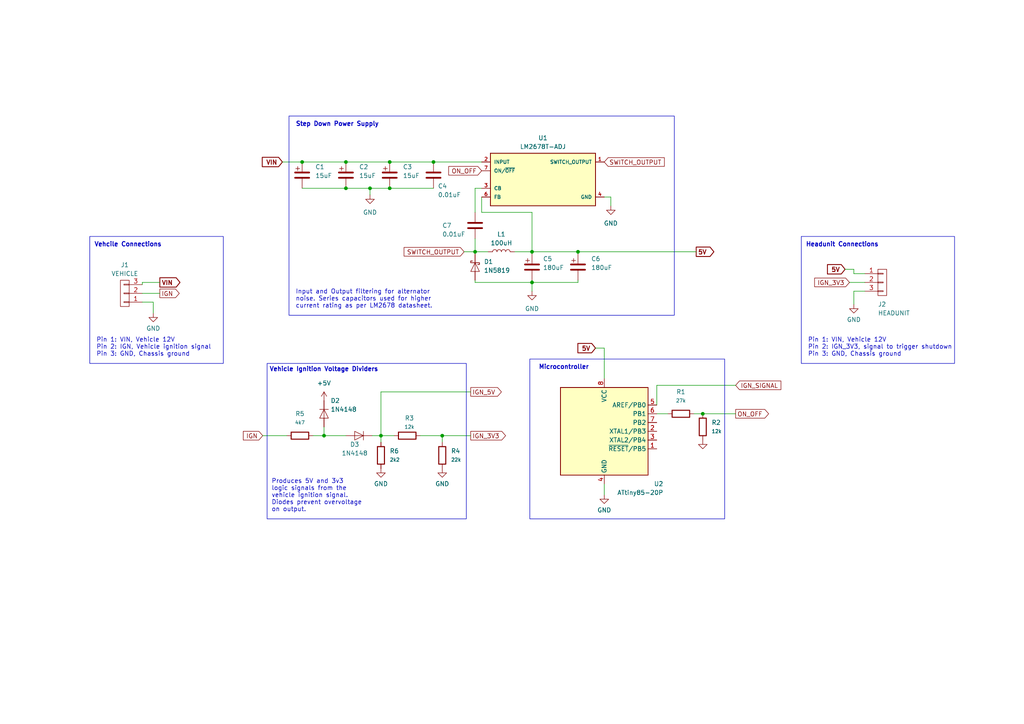
<source format=kicad_sch>
(kicad_sch (version 20230121) (generator eeschema)
  (paper "A4")
  (title_block (title "Car Headunit Smart Power Supply") (date "2024-05-16") (rev "A") (company "C. VARNEY"))
  (lib_symbols
    (symbol "LM2678T-ADJ:LM2678T-ADJ" (pin_names (offset 1.016))
      (property "Reference" "U" (at -15.2724 7.6362 0))
      (property "Value" "LM2678T-ADJ" (at -15.2564 -10.1709 0))
      (symbol "LM2678T-ADJ_0_0"
        (rectangle (start -15.24 -7.62) (end 15.24 7.62) (stroke (width 0.254)) (fill (type background)))
        (pin output line (at 17.78 5.08 180) (length 2.54) (name "SWITCH_OUTPUT") (number "1"))
        (pin input line (at -17.78 5.08 0) (length 2.54) (name "INPUT") (number "2"))
        (pin input line (at -17.78 -2.54 0) (length 2.54) (name "CB") (number "3"))
        (pin power_in line (at 17.78 -5.08 180) (length 2.54) (name "GND") (number "4"))
        (pin input line (at -17.78 -5.08 0) (length 2.54) (name "FB") (number "6"))
        (pin input line (at -17.78 2.54 0) (length 2.54) (name "ON/~{OFF}") (number "7"))
      )
    )
    (symbol "MCU_Microchip_ATtiny:ATtiny85-20P"
      (property "Reference" "U" (at -12.7 13.97 0))
      (property "Value" "ATtiny85-20P" (at 2.54 -13.97 0))
      (symbol "ATtiny85-20P_0_1"
        (rectangle (start -12.7 -12.7) (end 12.7 12.7) (stroke (width 0.254)) (fill (type background)))
      )
      (symbol "ATtiny85-20P_1_1"
        (pin bidirectional line (at 15.24 -5.08 180) (length 2.54) (name "~{RESET}/PB5") (number "1"))
        (pin bidirectional line (at 15.24 0 180) (length 2.54) (name "XTAL1/PB3") (number "2"))
        (pin bidirectional line (at 15.24 -2.54 180) (length 2.54) (name "XTAL2/PB4") (number "3"))
        (pin power_in line (at 0 -15.24 90) (length 2.54) (name "GND") (number "4"))
        (pin bidirectional line (at 15.24 7.62 180) (length 2.54) (name "AREF/PB0") (number "5"))
        (pin bidirectional line (at 15.24 5.08 180) (length 2.54) (name "PB1") (number "6"))
        (pin bidirectional line (at 15.24 2.54 180) (length 2.54) (name "PB2") (number "7"))
        (pin power_in line (at 0 15.24 270) (length 2.54) (name "VCC") (number "8"))
      )
    )
    (symbol "enel200_uc_kicad7:UC_C" (pin_numbers hide) (pin_names (offset 0.254))
      (property "Reference" "C" (at 0.635 2.54 0))
      (property "Value" "UC_C" (at 0.635 -2.54 0))
      (symbol "UC_C_0_1"
        (polyline (pts (xy -2.032 -0.762) (xy 2.032 -0.762)) (stroke (width 0.508)))
        (polyline (pts (xy -2.032 0.762) (xy 2.032 0.762)) (stroke (width 0.508)))
      )
      (symbol "UC_C_1_1"
        (pin passive line (at 0 3.81 270) (length 2.794) (name "~") (number "1"))
        (pin passive line (at 0 -3.81 90) (length 2.794) (name "~") (number "2"))
      )
    )
    (symbol "enel200_uc_kicad7:UC_CONN_01X03" (pin_names (offset 1.016) hide)
      (property "Reference" "J" (at 0 5.08 0))
      (property "Value" "UC_CONN_01X03" (at 2.54 0 90))
      (symbol "UC_CONN_01X03_0_1"
        (rectangle (start -1.27 0.127) (end 0.254 -0.127))
        (rectangle (start -1.27 2.667) (end 0.254 2.413))
        (rectangle (start -1.27 3.81) (end 1.27 -3.81))
      )
      (symbol "UC_CONN_01X03_1_1"
        (rectangle (start -1.27 -2.413) (end 0.254 -2.667))
        (pin passive line (at -5.08 2.54 0) (length 3.81) (name "P1") (number "1"))
        (pin passive line (at -5.08 0 0) (length 3.81) (name "P2") (number "2"))
        (pin passive line (at -5.08 -2.54 0) (length 3.81) (name "P3") (number "3"))
      )
    )
    (symbol "enel200_uc_kicad7:UC_CP" (pin_numbers hide) (pin_names (offset 0.254))
      (property "Reference" "C" (at 0.635 2.54 0))
      (property "Value" "UC_CP" (at 0.635 -2.54 0))
      (symbol "UC_CP_0_0"
        (text "+" (at -1.27 2.032 0) (effects (font (size 1.524 1.524))))
      )
      (symbol "UC_CP_0_1"
        (polyline (pts (xy -2.032 -0.762) (xy 2.032 -0.762)) (stroke (width 0.508)))
        (polyline (pts (xy -2.032 0.762) (xy 2.032 0.762)) (stroke (width 0.508)))
      )
      (symbol "UC_CP_1_1"
        (pin passive line (at 0 3.81 270) (length 2.794) (name "~") (number "1"))
        (pin passive line (at 0 -3.81 90) (length 2.794) (name "~") (number "2"))
      )
    )
    (symbol "enel200_uc_kicad7:UC_D" (pin_numbers hide) (pin_names (offset 1.016) hide)
      (property "Reference" "D" (at 0 2.54 0))
      (property "Value" "UC_D" (at 0 -2.54 0))
      (symbol "UC_D_0_1"
        (polyline (pts (xy 1.27 1.27) (xy 1.27 -1.27)) (stroke (width 0.1524)))
        (polyline (pts (xy 1.27 0) (xy -1.27 0) (xy -1.27 0)))
        (polyline (pts (xy 1.27 0) (xy -1.27 1.27) (xy -1.27 -1.27) (xy 1.27 0) (xy 1.27 0)))
      )
      (symbol "UC_D_1_1"
        (pin passive line (at 3.81 0 180) (length 2.54) (name "K") (number "1"))
        (pin passive line (at -3.81 0 0) (length 2.54) (name "A") (number "2"))
      )
    )
    (symbol "enel200_uc_kicad7:UC_D_SCHOTTKY" (pin_numbers hide) (pin_names (offset 1.016) hide)
      (property "Reference" "D" (at 0 2.54 0))
      (property "Value" "UC_D_SCHOTTKY" (at 0 -2.54 0))
      (symbol "UC_D_SCHOTTKY_0_1"
        (polyline (pts (xy 1.27 0) (xy -1.27 1.27) (xy -1.27 -1.27) (xy 1.27 0) (xy -1.27 0) (xy -1.27 0)))
        (polyline (pts (xy 1.778 0.762) (xy 1.778 1.27) (xy 1.27 1.27) (xy 1.27 -1.27) (xy 0.762 -1.27) (xy 0.762 -0.762)) (stroke (width 0.2032)))
      )
      (symbol "UC_D_SCHOTTKY_1_1"
        (pin passive line (at 3.81 0 180) (length 2.54) (name "K") (number "1"))
        (pin passive line (at -3.81 0 0) (length 2.54) (name "A") (number "2"))
      )
    )
    (symbol "enel200_uc_kicad7:UC_L" (pin_numbers hide) (pin_names (offset 1.016) hide)
      (property "Reference" "L" (at -0.127 1.651 0))
      (property "Value" "UC_L" (at 0.254 -1.27 0))
      (symbol "UC_L_0_0"
        (arc (start -1.27 0) (mid -1.905 0.6323) (end -2.54 0))
        (arc (start 0 0) (mid -0.635 0.6323) (end -1.27 0))
        (arc (start 1.27 0) (mid 0.635 0.6323) (end 0 0))
        (arc (start 2.54 0) (mid 1.905 0.6323) (end 1.27 0))
      )
      (symbol "UC_L_1_1"
        (pin passive line (at -3.81 0 0) (length 1.27) (name "1") (number "1"))
        (pin passive line (at 3.81 0 180) (length 1.27) (name "2") (number "2"))
      )
    )
    (symbol "enel200_uc_kicad7:UC_R" (pin_numbers hide) (pin_names (offset 0))
      (property "Reference" "R" (at -1.905 -0.127 90))
      (property "Value" "UC_R" (at 0.127 0 90))
      (symbol "UC_R_0_1"
        (rectangle (start -1.016 2.54) (end 1.016 -2.54) (stroke (width 0.3048)))
      )
      (symbol "UC_R_1_1"
        (pin passive line (at 0 3.81 270) (length 1.27) (name "~") (number "1"))
        (pin passive line (at 0 -3.81 90) (length 1.27) (name "~") (number "2"))
      )
    )
    (symbol "power:+5V" (power) (pin_names (offset 0))
      (property "Value" "+5V" (at 0 3.556 0))
      (symbol "+5V_0_1"
        (polyline (pts (xy -0.762 1.27) (xy 0 2.54)))
        (polyline (pts (xy 0 0) (xy 0 2.54)))
        (polyline (pts (xy 0 2.54) (xy 0.762 1.27)))
      )
      (symbol "+5V_1_1"
        (pin power_in line (at 0 0 90) (length 0) hide (name "+5V") (number "1"))
      )
    )
    (symbol "power:GND" (power) (pin_names (offset 0))
      (property "Value" "GND" (at 0 -3.81 0))
      (symbol "GND_0_1"
        (polyline (pts (xy 0 0) (xy 0 -1.27) (xy 1.27 -1.27) (xy 0 -2.54) (xy -1.27 -1.27) (xy 0 -1.27)))
      )
      (symbol "GND_1_1"
        (pin power_in line (at 0 0 270) (length 0) hide (name "GND") (number "1"))
      )
    )
  )
  (junction (at 100.33 46.99))
  (junction (at 113.03 46.99))
  (junction (at 128.27 126.365))
  (junction (at 113.03 54.61))
  (junction (at 100.33 54.61))
  (junction (at 203.835 120.015))
  (junction (at 110.49 126.365))
  (junction (at 93.98 126.365))
  (junction (at 167.64 73.025))
  (junction (at 125.73 46.99))
  (junction (at 107.315 54.61))
  (junction (at 154.305 73.025))
  (junction (at 87.63 46.99))
  (junction (at 137.795 73.025))
  (junction (at 154.305 81.915))
  (wire (pts (xy 113.03 54.61) (xy 125.73 54.61)))
  (wire (pts (xy 114.3 126.365) (xy 110.49 126.365)))
  (wire (pts (xy 100.33 46.99) (xy 113.03 46.99)))
  (wire (pts (xy 41.275 81.915) (xy 41.275 82.55)))
  (wire (pts (xy 107.315 54.61) (xy 107.315 56.515)))
  (wire (pts (xy 41.275 87.63) (xy 44.45 87.63)))
  (wire (pts (xy 154.305 81.915) (xy 154.305 81.28)))
  (wire (pts (xy 100.33 54.61) (xy 107.315 54.61)))
  (wire (pts (xy 154.305 81.915) (xy 154.305 84.455)))
  (wire (pts (xy 113.03 46.99) (xy 125.73 46.99)))
  (wire (pts (xy 41.275 85.09) (xy 46.355 85.09)))
  (wire (pts (xy 213.36 111.76) (xy 190.5 111.76)))
  (wire (pts (xy 137.795 73.66) (xy 137.795 73.025)))
  (wire (pts (xy 250.825 84.455) (xy 247.65 84.455)))
  (wire (pts (xy 87.63 46.99) (xy 100.33 46.99)))
  (wire (pts (xy 247.65 84.455) (xy 247.65 88.265)))
  (wire (pts (xy 87.63 54.61) (xy 100.33 54.61)))
  (wire (pts (xy 137.795 54.61) (xy 139.7 54.61)))
  (wire (pts (xy 190.5 120.015) (xy 193.675 120.015)))
  (wire (pts (xy 107.95 126.365) (xy 110.49 126.365)))
  (wire (pts (xy 250.825 79.375) (xy 247.65 79.375)))
  (wire (pts (xy 154.305 61.595) (xy 154.305 73.025)))
  (wire (pts (xy 201.295 120.015) (xy 203.835 120.015)))
  (wire (pts (xy 137.795 69.215) (xy 137.795 73.025)))
  (wire (pts (xy 154.305 73.025) (xy 167.64 73.025)))
  (wire (pts (xy 93.98 126.365) (xy 93.98 123.825)))
  (wire (pts (xy 172.72 100.965) (xy 175.26 100.965)))
  (wire (pts (xy 203.835 120.015) (xy 213.36 120.015)))
  (wire (pts (xy 137.795 54.61) (xy 137.795 61.595)))
  (wire (pts (xy 247.65 79.375) (xy 247.65 78.105)))
  (wire (pts (xy 201.93 73.025) (xy 167.64 73.025)))
  (wire (pts (xy 125.73 46.99) (xy 139.7 46.99)))
  (wire (pts (xy 137.795 73.025) (xy 141.605 73.025)))
  (wire (pts (xy 175.26 140.335) (xy 175.26 143.51)))
  (wire (pts (xy 90.805 126.365) (xy 93.98 126.365)))
  (wire (pts (xy 139.7 57.15) (xy 139.7 61.595)))
  (wire (pts (xy 110.49 126.365) (xy 110.49 128.27)))
  (wire (pts (xy 81.915 46.99) (xy 87.63 46.99)))
  (wire (pts (xy 128.27 128.27) (xy 128.27 126.365)))
  (wire (pts (xy 76.2 126.365) (xy 83.185 126.365)))
  (wire (pts (xy 177.165 57.15) (xy 177.165 59.69)))
  (wire (pts (xy 167.64 73.025) (xy 167.64 73.66)))
  (wire (pts (xy 139.7 61.595) (xy 154.305 61.595)))
  (wire (pts (xy 149.225 73.025) (xy 154.305 73.025)))
  (wire (pts (xy 154.305 81.915) (xy 167.64 81.915)))
  (wire (pts (xy 247.65 78.105) (xy 245.11 78.105)))
  (wire (pts (xy 121.92 126.365) (xy 128.27 126.365)))
  (wire (pts (xy 134.62 73.025) (xy 137.795 73.025)))
  (wire (pts (xy 246.38 81.915) (xy 250.825 81.915)))
  (wire (pts (xy 137.795 81.915) (xy 137.795 81.28)))
  (wire (pts (xy 128.27 126.365) (xy 136.525 126.365)))
  (wire (pts (xy 110.49 113.665) (xy 110.49 126.365)))
  (wire (pts (xy 154.305 73.66) (xy 154.305 73.025)))
  (wire (pts (xy 93.98 126.365) (xy 100.33 126.365)))
  (wire (pts (xy 107.315 54.61) (xy 113.03 54.61)))
  (wire (pts (xy 175.26 57.15) (xy 177.165 57.15)))
  (wire (pts (xy 110.49 113.665) (xy 136.525 113.665)))
  (wire (pts (xy 137.795 81.915) (xy 154.305 81.915)))
  (wire (pts (xy 167.64 81.915) (xy 167.64 81.28)))
  (wire (pts (xy 175.26 100.965) (xy 175.26 109.855)))
  (wire (pts (xy 44.45 87.63) (xy 44.45 90.805)))
  (wire (pts (xy 190.5 111.76) (xy 190.5 117.475)))
  (wire (pts (xy 46.355 81.915) (xy 41.275 81.915)))
  (rectangle (start 153.67 104.14) (end 210.185 150.495))
  (rectangle (start 26.035 68.58) (end 64.77 105.41))
  (rectangle (start 77.47 105.41) (end 135.255 150.495))
  (rectangle (start 232.41 68.58) (end 276.86 105.41))
  (rectangle (start 83.82 33.655) (end 195.58 91.44))
  (text "Produces 5V and 3v3 \nlogic signals from the \nvehicle ignition signal. \nDiodes prevent overvoltage \non output." (at 78.74 148.59 0) (effects (font (size 1.27 1.27)) (justify left bottom)))
  (text "Step Down Power Supply" (at 85.725 36.83 0) (effects (font (size 1.27 1.27) bold) (justify left bottom)))
  (text "Vehicle Ignition Voltage Dividers" (at 78.105 107.95 0) (effects (font (size 1.27 1.27) (thickness 0.254) bold) (justify left bottom)))
  (text "Vehcile Connections" (at 27.305 71.755 0) (effects (font (size 1.27 1.27) (thickness 0.254) bold) (justify left bottom)))
  (text "Pin 1: VIN, Vehicle 12V\nPin 2: IGN_3V3, signal to trigger shutdown\nPin 3: GND, Chassis ground\n" (at 234.315 103.505 0) (effects (font (size 1.27 1.27)) (justify left bottom)))
  (text "Input and Output filtering for alternator \nnoise. Series capacitors used for higher \ncurrent rating as per LM2678 datasheet." (at 85.725 89.535 0) (effects (font (size 1.27 1.27)) (justify left bottom)))
  (text "Headunit Connections" (at 233.68 71.755 0) (effects (font (size 1.27 1.27) (thickness 0.254) bold) (justify left bottom)))
  (text "Pin 1: VIN, Vehicle 12V\nPin 2: IGN, Vehicle ignition signal\nPin 3: GND, Chassis ground\n" (at 27.94 103.505 0) (effects (font (size 1.27 1.27)) (justify left bottom)))
  (text "Microcontroller" (at 156.21 107.315 0) (effects (font (size 1.27 1.27) bold) (justify left bottom)))
  (global_label "IGN_3V3" (shape input) (at 246.38 81.915 180) (property "Intersheetrefs" "${INTERSHEET_REFS}" (effects hide)))
  (global_label "IGN_SIGNAL" (shape input) (at 213.36 111.76 0) (property "Intersheetrefs" "${INTERSHEET_REFS}" (effects hide)))
  (global_label "IGN_5V" (shape output) (at 136.525 113.665 0) (property "Intersheetrefs" "${INTERSHEET_REFS}" (effects hide)))
  (global_label "SWITCH_OUTPUT" (shape input) (at 134.62 73.025 180) (property "Intersheetrefs" "${INTERSHEET_REFS}" (effects hide)))
  (global_label "5V" (shape input) (at 172.72 100.965 180) (effects (font bold)) (property "Intersheetrefs" "${INTERSHEET_REFS}" (effects hide)))
  (global_label "5V" (shape output) (at 201.93 73.025 0) (effects (font bold)) (property "Intersheetrefs" "${INTERSHEET_REFS}" (effects hide)))
  (global_label "IGN" (shape input) (at 76.2 126.365 180) (property "Intersheetrefs" "${INTERSHEET_REFS}" (effects hide)))
  (global_label "IGN" (shape output) (at 46.355 85.09 0) (property "Intersheetrefs" "${INTERSHEET_REFS}" (effects hide)))
  (global_label "VIN" (shape output) (at 46.355 81.915 0) (effects (font bold)) (property "Intersheetrefs" "${INTERSHEET_REFS}" (effects hide)))
  (global_label "5V" (shape input) (at 245.11 78.105 180) (effects (font bold)) (property "Intersheetrefs" "${INTERSHEET_REFS}" (effects hide)))
  (global_label "VIN" (shape input) (at 81.915 46.99 180) (effects (font (thickness 0.254) bold)) (property "Intersheetrefs" "${INTERSHEET_REFS}" (effects hide)))
  (global_label "ON_OFF" (shape input) (at 139.7 49.53 180) (property "Intersheetrefs" "${INTERSHEET_REFS}" (effects hide)))
  (global_label "SWITCH_OUTPUT" (shape input) (at 175.26 46.99 0) (property "Intersheetrefs" "${INTERSHEET_REFS}" (effects hide)))
  (global_label "ON_OFF" (shape output) (at 213.36 120.015 0) (property "Intersheetrefs" "${INTERSHEET_REFS}" (effects hide)))
  (global_label "IGN_3V3" (shape output) (at 136.525 126.365 0) (property "Intersheetrefs" "${INTERSHEET_REFS}" (effects hide)))
  (symbol (lib_id "enel200_uc_kicad7:UC_D") (at 93.98 120.015 90) (unit 1)
    (property "Reference" "D2" (at 95.885 116.205 90) (effects (justify right)))
    (property "Value" "1N4148" (at 95.885 118.745 90) (effects (justify right)))
    (property "Footprint" "Diodes_THT:D_DO-35_SOD27_P2.54mm_Vertical_AnodeUp" (effects hide))
    (property "Sim.Device" "D" (effects hide))
    (property "Sim.Pins" "1=K 2=A" (effects hide))
  )
  (symbol (lib_id "power:GND") (at 203.835 127.635 0) (unit 1)
    (property "Reference" "#PWR06" (effects hide))
    (property "Value" "GND" (effects hide))
  )
  (symbol (lib_id "enel200_uc_kicad7:UC_R") (at 86.995 126.365 90) (unit 1)
    (property "Reference" "R5" (at 86.995 120.015 90))
    (property "Value" "4k7" (at 86.995 122.555 90) (effects (font (size 1.016 1.016))))
    (property "Footprint" "Resistor_THT:R_Axial_DIN0207_L6.3mm_D2.5mm_P7.62mm_Horizontal" (effects hide))
  )
  (symbol (lib_id "power:GND") (at 107.315 56.515 0) (unit 1)
    (property "Reference" "#PWR02" (effects hide))
    (property "Value" "GND" (at 107.315 61.595 0))
  )
  (symbol (lib_id "MCU_Microchip_ATtiny:ATtiny85-20P") (at 175.26 125.095 0) (unit 1)
    (property "Reference" "U2" (at 192.405 140.335 0) (effects (justify right)))
    (property "Value" "ATtiny85-20P" (at 192.405 142.875 0) (effects (justify right)))
    (property "Footprint" "Package_DIP:DIP-8_W7.62mm" (effects hide))
    (property "Datasheet" "http://ww1.microchip.com/downloads/en/DeviceDoc/atmel-2586-avr-8-bit-microcontroller-attiny25-attiny45-attiny85_datasheet.pdf" (effects hide))
  )
  (symbol (lib_id "enel200_uc_kicad7:UC_CONN_01X03") (at 255.905 81.915 0) (unit 1)
    (property "Reference" "J2" (at 254.635 88.265 0) (effects (justify left)))
    (property "Value" "HEADUNIT" (at 254.635 90.805 0) (effects (justify left)))
    (property "Footprint" "Connector_PinHeader_2.54mm:PinHeader_1x03_P2.54mm_Vertical" (effects hide))
  )
  (symbol (lib_id "power:GND") (at 110.49 135.89 0) (unit 1)
    (property "Reference" "#PWR08" (effects hide))
    (property "Value" "GND" (at 110.49 140.335 0))
  )
  (symbol (lib_id "power:GND") (at 128.27 135.89 0) (unit 1)
    (property "Reference" "#PWR010" (effects hide))
    (property "Value" "GND" (at 128.27 140.335 0))
  )
  (symbol (lib_id "power:GND") (at 44.45 90.805 0) (unit 1)
    (property "Reference" "#PWR01" (effects hide))
    (property "Value" "GND" (at 44.45 95.25 0))
  )
  (symbol (lib_id "enel200_uc_kicad7:UC_L") (at 145.415 73.025 0) (unit 1)
    (property "Reference" "L1" (at 145.415 67.945 0))
    (property "Value" "100uH" (at 145.415 70.485 0))
    (property "Footprint" "Inductor_THT:L_Axial_L6.6mm_D2.7mm_P2.54mm_Vertical_Vishay_IM-2" (effects hide))
  )
  (symbol (lib_id "enel200_uc_kicad7:UC_CP") (at 113.03 50.8 0) (unit 1)
    (property "Reference" "C3" (at 116.84 48.409 0) (effects (justify left)))
    (property "Value" "15uF" (at 116.84 50.949 0) (effects (justify left)))
    (property "Footprint" "Capacitor_THT:CP_Radial_D5.0mm_P2.00mm" (effects hide))
  )
  (symbol (lib_id "enel200_uc_kicad7:UC_CP") (at 167.64 77.47 0) (unit 1)
    (property "Reference" "C6" (at 171.45 75.079 0) (effects (justify left)))
    (property "Value" "180uF" (at 171.45 77.619 0) (effects (justify left)))
    (property "Footprint" "Capacitor_THT:CP_Radial_D5.0mm_P2.00mm" (effects hide))
  )
  (symbol (lib_id "enel200_uc_kicad7:UC_R") (at 110.49 132.08 180) (unit 1)
    (property "Reference" "R6" (at 113.03 130.81 0) (effects (justify right)))
    (property "Value" "2k2" (at 113.03 133.35 0) (effects (font (size 1.016 1.016)) (justify right)))
    (property "Footprint" "Resistor_THT:R_Axial_DIN0207_L6.3mm_D2.5mm_P7.62mm_Horizontal" (effects hide))
  )
  (symbol (lib_id "power:GND") (at 247.65 88.265 0) (unit 1)
    (property "Reference" "#PWR09" (effects hide))
    (property "Value" "GND" (at 247.65 92.71 0))
  )
  (symbol (lib_id "enel200_uc_kicad7:UC_CP") (at 87.63 50.8 0) (unit 1)
    (property "Reference" "C1" (at 91.44 48.409 0) (effects (justify left)))
    (property "Value" "15uF" (at 91.44 50.949 0) (effects (justify left)))
    (property "Footprint" "Capacitor_THT:CP_Radial_D5.0mm_P2.00mm" (effects hide))
  )
  (symbol (lib_id "enel200_uc_kicad7:UC_C") (at 125.73 50.8 0) (unit 1)
    (property "Reference" "C4" (at 127 53.975 0) (effects (justify left)))
    (property "Value" "0.01uF" (at 127 56.515 0) (effects (justify left)))
    (property "Footprint" "Capacitor_THT:C_Rect_L7.0mm_W2.5mm_P5.00mm" (effects hide))
  )
  (symbol (lib_id "enel200_uc_kicad7:UC_R") (at 203.835 123.825 180) (unit 1)
    (property "Reference" "R2" (at 206.375 122.555 0) (effects (justify right)))
    (property "Value" "12k" (at 206.375 125.095 0) (effects (font (size 1.016 1.016)) (justify right)))
    (property "Footprint" "Resistor_THT:R_Axial_DIN0207_L6.3mm_D2.5mm_P7.62mm_Horizontal" (effects hide))
  )
  (symbol (lib_id "enel200_uc_kicad7:UC_C") (at 137.795 65.405 0) (unit 1)
    (property "Reference" "C7" (at 128.27 65.405 0) (effects (justify left)))
    (property "Value" "0.01uF" (at 128.27 67.945 0) (effects (justify left)))
    (property "Footprint" "Capacitor_THT:C_Rect_L7.0mm_W2.5mm_P5.00mm" (effects hide))
  )
  (symbol (lib_id "enel200_uc_kicad7:UC_D") (at 104.14 126.365 0) (unit 1)
    (property "Reference" "D3" (at 102.87 128.905 0))
    (property "Value" "1N4148" (at 102.87 131.445 0))
    (property "Footprint" "Diodes_THT:D_DO-35_SOD27_P2.54mm_Vertical_AnodeUp" (effects hide))
    (property "Sim.Device" "D" (effects hide))
    (property "Sim.Pins" "1=K 2=A" (effects hide))
  )
  (symbol (lib_id "enel200_uc_kicad7:UC_CONN_01X03") (at 36.195 85.09 180) (unit 1)
    (property "Reference" "J1" (at 36.195 76.835 0))
    (property "Value" "VEHICLE" (at 36.195 79.375 0))
    (property "Footprint" "Connector_PinHeader_2.54mm:PinHeader_1x03_P2.54mm_Vertical" (effects hide))
  )
  (symbol (lib_id "enel200_uc_kicad7:UC_CP") (at 154.305 77.47 0) (unit 1)
    (property "Reference" "C5" (at 157.48 75.079 0) (effects (justify left)))
    (property "Value" "180uF" (at 157.48 77.619 0) (effects (justify left)))
    (property "Footprint" "Capacitor_THT:CP_Radial_D5.0mm_P2.00mm" (effects hide))
  )
  (symbol (lib_id "enel200_uc_kicad7:UC_D_SCHOTTKY") (at 137.795 77.47 90) (unit 1)
    (property "Reference" "D1" (at 140.335 75.8952 90) (effects (justify right)))
    (property "Value" "1N5819" (at 140.335 78.4352 90) (effects (justify right)))
    (property "Footprint" "Diode_THT:D_DO-35_SOD27_P2.54mm_Vertical_AnodeUp" (effects hide))
  )
  (symbol (lib_id "power:GND") (at 154.305 84.455 0) (unit 1)
    (property "Reference" "#PWR03" (effects hide))
    (property "Value" "GND" (at 154.305 89.535 0))
  )
  (symbol (lib_id "enel200_uc_kicad7:UC_R") (at 128.27 132.08 180) (unit 1)
    (property "Reference" "R4" (at 130.81 130.81 0) (effects (justify right)))
    (property "Value" "22k" (at 130.81 133.35 0) (effects (font (size 1.016 1.016)) (justify right)))
    (property "Footprint" "Resistor_THT:R_Axial_DIN0207_L6.3mm_D2.5mm_P7.62mm_Horizontal" (effects hide))
  )
  (symbol (lib_id "enel200_uc_kicad7:UC_R") (at 118.11 126.365 90) (unit 1)
    (property "Reference" "R3" (at 118.745 121.285 90))
    (property "Value" "12k" (at 118.745 123.825 90) (effects (font (size 1.016 1.016))))
    (property "Footprint" "Resistor_THT:R_Axial_DIN0207_L6.3mm_D2.5mm_P7.62mm_Horizontal" (effects hide))
  )
  (symbol (lib_id "LM2678T-ADJ:LM2678T-ADJ") (at 157.48 52.07 0) (unit 1)
    (property "Reference" "U1" (at 157.48 40.005 0))
    (property "Value" "LM2678T-ADJ" (at 157.48 42.545 0))
    (property "Footprint" "LM2678T-ADJ:TO127P1041X469X2199-7N" (effects hide))
    (property "MF" "Texas Instruments" (effects hide))
    (property "Description" "\n8V to 40V, 5A SIMPLE SWITCHER buck converter with high efficiency 7-TO-220 -40 to 125\n" (effects hide))
    (property "Package" "TO-220-7 Texas Instruments" (effects hide))
    (property "Price" "None" (effects hide))
    (property "Check_prices" "https://www.snapeda.com/parts/LM2678T-ADJ/Texas+Instruments/view-part/?ref=eda" (effects hide))
    (property "SnapEDA_Link" "https://www.snapeda.com/parts/LM2678T-ADJ/Texas+Instruments/view-part/?ref=snap" (effects hide))
    (property "MP" "LM2678T-ADJ" (effects hide))
    (property "Purchase-URL" "https://www.snapeda.com/api/url_track_click_mouser/?unipart_id=17194&manufacturer=Texas Instruments&part_name=LM2678T-ADJ&search_term=None" (effects hide))
    (property "Availability" "In Stock" (effects hide))
    (property "MANUFACTURER" "TEXAS INSTRUMENTS" (effects hide))
  )
  (symbol (lib_id "power:GND") (at 175.26 143.51 0) (unit 1)
    (property "Reference" "#PWR04" (effects hide))
    (property "Value" "GND" (at 175.26 147.955 0))
  )
  (symbol (lib_id "enel200_uc_kicad7:UC_R") (at 197.485 120.015 90) (unit 1)
    (property "Reference" "R1" (at 197.485 113.665 90))
    (property "Value" "27k" (at 197.485 116.205 90) (effects (font (size 1.016 1.016))))
    (property "Footprint" "Resistor_THT:R_Axial_DIN0207_L6.3mm_D2.5mm_P7.62mm_Horizontal" (effects hide))
  )
  (symbol (lib_id "power:+5V") (at 93.98 116.205 0) (unit 1)
    (property "Reference" "#PWR07" (effects hide))
    (property "Value" "+5V" (at 93.98 111.125 0))
  )
  (symbol (lib_id "power:GND") (at 177.165 59.69 0) (unit 1)
    (property "Reference" "#PWR05" (effects hide))
    (property "Value" "GND" (at 177.165 64.77 0))
  )
  (symbol (lib_id "enel200_uc_kicad7:UC_CP") (at 100.33 50.8 0) (unit 1)
    (property "Reference" "C2" (at 104.14 48.409 0) (effects (justify left)))
    (property "Value" "15uF" (at 104.14 50.949 0) (effects (justify left)))
    (property "Footprint" "Capacitor_THT:CP_Radial_D5.0mm_P2.00mm" (effects hide))
  )
)
</source>
